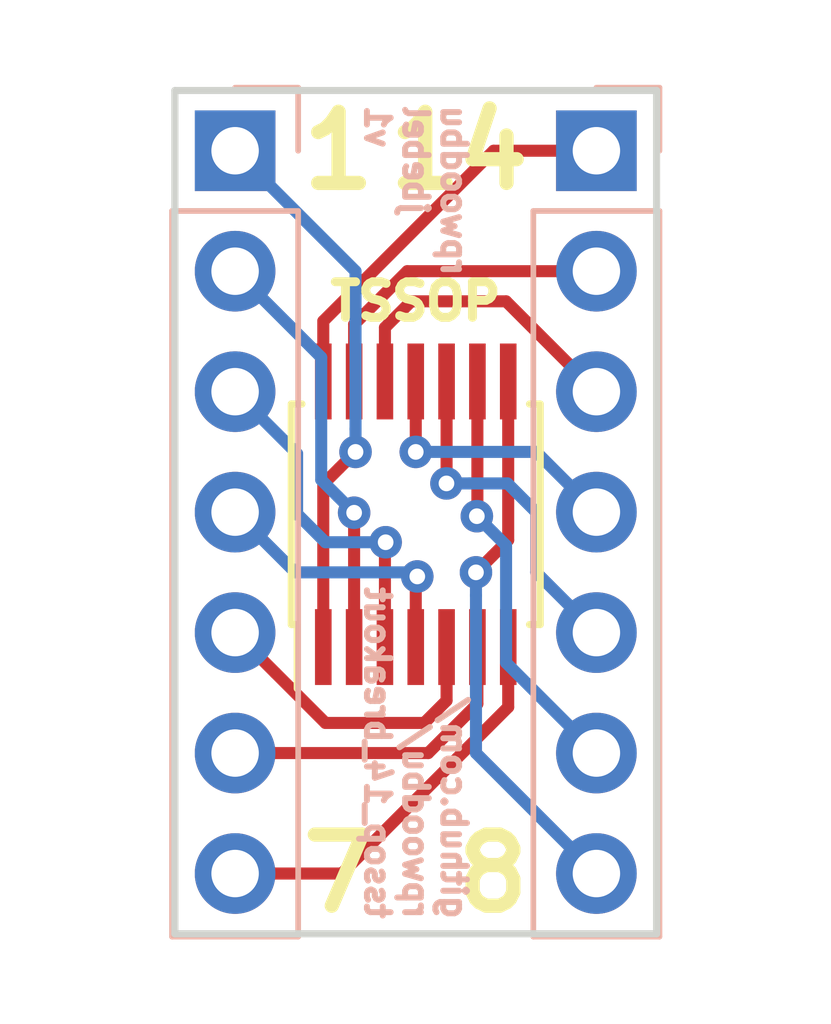
<source format=kicad_pcb>
(kicad_pcb (version 4) (host pcbnew 4.0.6-e0-6349~53~ubuntu16.04.1)

  (general
    (links 14)
    (no_connects 0)
    (area 148.514999 100.254999 158.825001 118.185001)
    (thickness 1.6)
    (drawings 10)
    (tracks 75)
    (zones 0)
    (modules 3)
    (nets 15)
  )

  (page A4)
  (layers
    (0 F.Cu signal)
    (31 B.Cu signal)
    (32 B.Adhes user)
    (33 F.Adhes user)
    (34 B.Paste user)
    (35 F.Paste user)
    (36 B.SilkS user)
    (37 F.SilkS user)
    (38 B.Mask user)
    (39 F.Mask user)
    (40 Dwgs.User user)
    (41 Cmts.User user)
    (42 Eco1.User user)
    (43 Eco2.User user)
    (44 Edge.Cuts user)
    (45 Margin user)
    (46 B.CrtYd user)
    (47 F.CrtYd user)
    (48 B.Fab user)
    (49 F.Fab user)
  )

  (setup
    (last_trace_width 0.254)
    (trace_clearance 0.1524)
    (zone_clearance 0.508)
    (zone_45_only no)
    (trace_min 0.1524)
    (segment_width 0.2)
    (edge_width 0.15)
    (via_size 0.6858)
    (via_drill 0.3302)
    (via_min_size 0.6858)
    (via_min_drill 0.3302)
    (uvia_size 0.762)
    (uvia_drill 0.508)
    (uvias_allowed no)
    (uvia_min_size 0)
    (uvia_min_drill 0)
    (pcb_text_width 0.3)
    (pcb_text_size 1.5 1.5)
    (mod_edge_width 0.15)
    (mod_text_size 1 1)
    (mod_text_width 0.15)
    (pad_size 1.524 1.524)
    (pad_drill 0.762)
    (pad_to_mask_clearance 0.2)
    (aux_axis_origin 0 0)
    (visible_elements FFFFFF7F)
    (pcbplotparams
      (layerselection 0x00030_80000001)
      (usegerberextensions false)
      (excludeedgelayer true)
      (linewidth 0.100000)
      (plotframeref false)
      (viasonmask false)
      (mode 1)
      (useauxorigin false)
      (hpglpennumber 1)
      (hpglpenspeed 20)
      (hpglpendiameter 15)
      (hpglpenoverlay 2)
      (psnegative false)
      (psa4output false)
      (plotreference true)
      (plotvalue true)
      (plotinvisibletext false)
      (padsonsilk false)
      (subtractmaskfromsilk false)
      (outputformat 1)
      (mirror false)
      (drillshape 1)
      (scaleselection 1)
      (outputdirectory ""))
  )

  (net 0 "")
  (net 1 "Net-(J1-Pad1)")
  (net 2 "Net-(J1-Pad2)")
  (net 3 "Net-(J1-Pad3)")
  (net 4 "Net-(J1-Pad4)")
  (net 5 "Net-(J1-Pad5)")
  (net 6 "Net-(J1-Pad6)")
  (net 7 "Net-(J1-Pad7)")
  (net 8 "Net-(J2-Pad1)")
  (net 9 "Net-(J2-Pad2)")
  (net 10 "Net-(J2-Pad3)")
  (net 11 "Net-(J2-Pad4)")
  (net 12 "Net-(J2-Pad5)")
  (net 13 "Net-(J2-Pad6)")
  (net 14 "Net-(J2-Pad7)")

  (net_class Default "This is the default net class."
    (clearance 0.1524)
    (trace_width 0.254)
    (via_dia 0.6858)
    (via_drill 0.3302)
    (uvia_dia 0.762)
    (uvia_drill 0.508)
    (add_net "Net-(J1-Pad1)")
    (add_net "Net-(J1-Pad2)")
    (add_net "Net-(J1-Pad3)")
    (add_net "Net-(J1-Pad4)")
    (add_net "Net-(J1-Pad5)")
    (add_net "Net-(J1-Pad6)")
    (add_net "Net-(J1-Pad7)")
    (add_net "Net-(J2-Pad1)")
    (add_net "Net-(J2-Pad2)")
    (add_net "Net-(J2-Pad3)")
    (add_net "Net-(J2-Pad4)")
    (add_net "Net-(J2-Pad5)")
    (add_net "Net-(J2-Pad6)")
    (add_net "Net-(J2-Pad7)")
  )

  (module Pin_Headers:Pin_Header_Straight_1x07_Pitch2.54mm (layer B.Cu) (tedit 595B3313) (tstamp 595B1799)
    (at 149.86 101.6 180)
    (descr "Through hole straight pin header, 1x07, 2.54mm pitch, single row")
    (tags "Through hole pin header THT 1x07 2.54mm single row")
    (path /595B1679)
    (fp_text reference J1 (at 0 2.33 180) (layer B.SilkS) hide
      (effects (font (size 1 1) (thickness 0.15)) (justify mirror))
    )
    (fp_text value CONN_01X07 (at 0 -17.57 180) (layer B.Fab)
      (effects (font (size 1 1) (thickness 0.15)) (justify mirror))
    )
    (fp_line (start -1.27 1.27) (end -1.27 -16.51) (layer B.Fab) (width 0.1))
    (fp_line (start -1.27 -16.51) (end 1.27 -16.51) (layer B.Fab) (width 0.1))
    (fp_line (start 1.27 -16.51) (end 1.27 1.27) (layer B.Fab) (width 0.1))
    (fp_line (start 1.27 1.27) (end -1.27 1.27) (layer B.Fab) (width 0.1))
    (fp_line (start -1.33 -1.27) (end -1.33 -16.57) (layer B.SilkS) (width 0.12))
    (fp_line (start -1.33 -16.57) (end 1.33 -16.57) (layer B.SilkS) (width 0.12))
    (fp_line (start 1.33 -16.57) (end 1.33 -1.27) (layer B.SilkS) (width 0.12))
    (fp_line (start 1.33 -1.27) (end -1.33 -1.27) (layer B.SilkS) (width 0.12))
    (fp_line (start -1.33 0) (end -1.33 1.33) (layer B.SilkS) (width 0.12))
    (fp_line (start -1.33 1.33) (end 0 1.33) (layer B.SilkS) (width 0.12))
    (fp_line (start -1.8 1.8) (end -1.8 -17.05) (layer B.CrtYd) (width 0.05))
    (fp_line (start -1.8 -17.05) (end 1.8 -17.05) (layer B.CrtYd) (width 0.05))
    (fp_line (start 1.8 -17.05) (end 1.8 1.8) (layer B.CrtYd) (width 0.05))
    (fp_line (start 1.8 1.8) (end -1.8 1.8) (layer B.CrtYd) (width 0.05))
    (fp_text user %R (at 0 2.33 180) (layer B.Fab)
      (effects (font (size 1 1) (thickness 0.15)) (justify mirror))
    )
    (pad 1 thru_hole rect (at 0 0 180) (size 1.7 1.7) (drill 1) (layers *.Cu *.Mask)
      (net 1 "Net-(J1-Pad1)"))
    (pad 2 thru_hole oval (at 0 -2.54 180) (size 1.7 1.7) (drill 1) (layers *.Cu *.Mask)
      (net 2 "Net-(J1-Pad2)"))
    (pad 3 thru_hole oval (at 0 -5.08 180) (size 1.7 1.7) (drill 1) (layers *.Cu *.Mask)
      (net 3 "Net-(J1-Pad3)"))
    (pad 4 thru_hole oval (at 0 -7.62 180) (size 1.7 1.7) (drill 1) (layers *.Cu *.Mask)
      (net 4 "Net-(J1-Pad4)"))
    (pad 5 thru_hole oval (at 0 -10.16 180) (size 1.7 1.7) (drill 1) (layers *.Cu *.Mask)
      (net 5 "Net-(J1-Pad5)"))
    (pad 6 thru_hole oval (at 0 -12.7 180) (size 1.7 1.7) (drill 1) (layers *.Cu *.Mask)
      (net 6 "Net-(J1-Pad6)"))
    (pad 7 thru_hole oval (at 0 -15.24 180) (size 1.7 1.7) (drill 1) (layers *.Cu *.Mask)
      (net 7 "Net-(J1-Pad7)"))
    (model ${KISYS3DMOD}/Pin_Headers.3dshapes/Pin_Header_Straight_1x07_Pitch2.54mm.wrl
      (at (xyz 0 -0.3 0))
      (scale (xyz 1 1 1))
      (rotate (xyz 0 0 90))
    )
  )

  (module Pin_Headers:Pin_Header_Straight_1x07_Pitch2.54mm (layer B.Cu) (tedit 595B3315) (tstamp 595B17B3)
    (at 157.48 101.6 180)
    (descr "Through hole straight pin header, 1x07, 2.54mm pitch, single row")
    (tags "Through hole pin header THT 1x07 2.54mm single row")
    (path /595B1704)
    (fp_text reference J2 (at 0 2.33 180) (layer B.SilkS) hide
      (effects (font (size 1 1) (thickness 0.15)) (justify mirror))
    )
    (fp_text value CONN_01X07 (at 0 -17.57 180) (layer B.Fab)
      (effects (font (size 1 1) (thickness 0.15)) (justify mirror))
    )
    (fp_line (start -1.27 1.27) (end -1.27 -16.51) (layer B.Fab) (width 0.1))
    (fp_line (start -1.27 -16.51) (end 1.27 -16.51) (layer B.Fab) (width 0.1))
    (fp_line (start 1.27 -16.51) (end 1.27 1.27) (layer B.Fab) (width 0.1))
    (fp_line (start 1.27 1.27) (end -1.27 1.27) (layer B.Fab) (width 0.1))
    (fp_line (start -1.33 -1.27) (end -1.33 -16.57) (layer B.SilkS) (width 0.12))
    (fp_line (start -1.33 -16.57) (end 1.33 -16.57) (layer B.SilkS) (width 0.12))
    (fp_line (start 1.33 -16.57) (end 1.33 -1.27) (layer B.SilkS) (width 0.12))
    (fp_line (start 1.33 -1.27) (end -1.33 -1.27) (layer B.SilkS) (width 0.12))
    (fp_line (start -1.33 0) (end -1.33 1.33) (layer B.SilkS) (width 0.12))
    (fp_line (start -1.33 1.33) (end 0 1.33) (layer B.SilkS) (width 0.12))
    (fp_line (start -1.8 1.8) (end -1.8 -17.05) (layer B.CrtYd) (width 0.05))
    (fp_line (start -1.8 -17.05) (end 1.8 -17.05) (layer B.CrtYd) (width 0.05))
    (fp_line (start 1.8 -17.05) (end 1.8 1.8) (layer B.CrtYd) (width 0.05))
    (fp_line (start 1.8 1.8) (end -1.8 1.8) (layer B.CrtYd) (width 0.05))
    (fp_text user %R (at 0 2.33 180) (layer B.Fab)
      (effects (font (size 1 1) (thickness 0.15)) (justify mirror))
    )
    (pad 1 thru_hole rect (at 0 0 180) (size 1.7 1.7) (drill 1) (layers *.Cu *.Mask)
      (net 8 "Net-(J2-Pad1)"))
    (pad 2 thru_hole oval (at 0 -2.54 180) (size 1.7 1.7) (drill 1) (layers *.Cu *.Mask)
      (net 9 "Net-(J2-Pad2)"))
    (pad 3 thru_hole oval (at 0 -5.08 180) (size 1.7 1.7) (drill 1) (layers *.Cu *.Mask)
      (net 10 "Net-(J2-Pad3)"))
    (pad 4 thru_hole oval (at 0 -7.62 180) (size 1.7 1.7) (drill 1) (layers *.Cu *.Mask)
      (net 11 "Net-(J2-Pad4)"))
    (pad 5 thru_hole oval (at 0 -10.16 180) (size 1.7 1.7) (drill 1) (layers *.Cu *.Mask)
      (net 12 "Net-(J2-Pad5)"))
    (pad 6 thru_hole oval (at 0 -12.7 180) (size 1.7 1.7) (drill 1) (layers *.Cu *.Mask)
      (net 13 "Net-(J2-Pad6)"))
    (pad 7 thru_hole oval (at 0 -15.24 180) (size 1.7 1.7) (drill 1) (layers *.Cu *.Mask)
      (net 14 "Net-(J2-Pad7)"))
    (model ${KISYS3DMOD}/Pin_Headers.3dshapes/Pin_Header_Straight_1x07_Pitch2.54mm.wrl
      (at (xyz 0 -0.3 0))
      (scale (xyz 1 1 1))
      (rotate (xyz 0 0 90))
    )
  )

  (module TSSOP:TSSOP-14_4.4x5mm_Pitch0.65mm (layer F.Cu) (tedit 595C342E) (tstamp 595C3408)
    (at 153.67 109.265 90)
    (descr "14-Lead Plastic Thin Shrink Small Outline (ST)-4.4 mm Body [TSSOP]")
    (tags "SSOP 0.65")
    (path /595B161F)
    (attr smd)
    (fp_text reference U1 (at 0 -3.55 90) (layer F.SilkS) hide
      (effects (font (size 1 1) (thickness 0.15)))
    )
    (fp_text value TSSOP (at 4.49 0 180) (layer F.SilkS)
      (effects (font (size 0.75 0.75) (thickness 0.1875)))
    )
    (fp_line (start -1.2 -2.5) (end 2.2 -2.5) (layer F.Fab) (width 0.15))
    (fp_line (start 2.2 -2.5) (end 2.2 2.5) (layer F.Fab) (width 0.15))
    (fp_line (start 2.2 2.5) (end -2.2 2.5) (layer F.Fab) (width 0.15))
    (fp_line (start -2.2 2.5) (end -2.2 -1.5) (layer F.Fab) (width 0.15))
    (fp_line (start -2.2 -1.5) (end -1.2 -2.5) (layer F.Fab) (width 0.15))
    (fp_line (start -3.95 -2.8) (end -3.95 2.8) (layer F.CrtYd) (width 0.05))
    (fp_line (start 3.95 -2.8) (end 3.95 2.8) (layer F.CrtYd) (width 0.05))
    (fp_line (start -3.95 -2.8) (end 3.95 -2.8) (layer F.CrtYd) (width 0.05))
    (fp_line (start -3.95 2.8) (end 3.95 2.8) (layer F.CrtYd) (width 0.05))
    (fp_line (start -2.325 -2.625) (end -2.325 -2.5) (layer F.SilkS) (width 0.15))
    (fp_line (start 2.325 -2.625) (end 2.325 -2.4) (layer F.SilkS) (width 0.15))
    (fp_line (start 2.325 2.625) (end 2.325 2.4) (layer F.SilkS) (width 0.15))
    (fp_line (start -2.325 2.625) (end -2.325 2.4) (layer F.SilkS) (width 0.15))
    (fp_line (start -2.325 -2.625) (end 2.325 -2.625) (layer F.SilkS) (width 0.15))
    (fp_line (start -2.325 2.625) (end 2.325 2.625) (layer F.SilkS) (width 0.15))
    (fp_line (start -2.325 -2.5) (end -3.675 -2.5) (layer F.SilkS) (width 0.15))
    (fp_text user %R (at 0 0 90) (layer F.Fab)
      (effects (font (size 0.8 0.8) (thickness 0.15)))
    )
    (pad 1 smd rect (at -2.8 -1.95 90) (size 1.6 0.35) (layers F.Cu F.Paste F.Mask)
      (net 1 "Net-(J1-Pad1)"))
    (pad 2 smd rect (at -2.8 -1.3 90) (size 1.6 0.35) (layers F.Cu F.Paste F.Mask)
      (net 2 "Net-(J1-Pad2)"))
    (pad 3 smd rect (at -2.8 -0.65 90) (size 1.6 0.35) (layers F.Cu F.Paste F.Mask)
      (net 3 "Net-(J1-Pad3)"))
    (pad 4 smd rect (at -2.8 0 90) (size 1.6 0.35) (layers F.Cu F.Paste F.Mask)
      (net 4 "Net-(J1-Pad4)"))
    (pad 5 smd rect (at -2.8 0.65 90) (size 1.6 0.35) (layers F.Cu F.Paste F.Mask)
      (net 5 "Net-(J1-Pad5)"))
    (pad 6 smd rect (at -2.8 1.3 90) (size 1.6 0.35) (layers F.Cu F.Paste F.Mask)
      (net 6 "Net-(J1-Pad6)"))
    (pad 7 smd rect (at -2.8 1.95 90) (size 1.6 0.35) (layers F.Cu F.Paste F.Mask)
      (net 7 "Net-(J1-Pad7)"))
    (pad 8 smd rect (at 2.8 1.95 90) (size 1.6 0.35) (layers F.Cu F.Paste F.Mask)
      (net 14 "Net-(J2-Pad7)"))
    (pad 9 smd rect (at 2.8 1.3 90) (size 1.6 0.35) (layers F.Cu F.Paste F.Mask)
      (net 13 "Net-(J2-Pad6)"))
    (pad 10 smd rect (at 2.8 0.65 90) (size 1.6 0.35) (layers F.Cu F.Paste F.Mask)
      (net 12 "Net-(J2-Pad5)"))
    (pad 11 smd rect (at 2.8 0 90) (size 1.6 0.35) (layers F.Cu F.Paste F.Mask)
      (net 11 "Net-(J2-Pad4)"))
    (pad 12 smd rect (at 2.8 -0.65 90) (size 1.6 0.35) (layers F.Cu F.Paste F.Mask)
      (net 10 "Net-(J2-Pad3)"))
    (pad 13 smd rect (at 2.8 -1.3 90) (size 1.6 0.35) (layers F.Cu F.Paste F.Mask)
      (net 9 "Net-(J2-Pad2)"))
    (pad 14 smd rect (at 2.8 -1.95 90) (size 1.6 0.35) (layers F.Cu F.Paste F.Mask)
      (net 8 "Net-(J2-Pad1)"))
    (model ${KISYS3DMOD}/Housings_SSOP.3dshapes/TSSOP-14_4.4x5mm_Pitch0.65mm.wrl
      (at (xyz 0 0 0))
      (scale (xyz 1 1 1))
      (rotate (xyz 0 0 0))
    )
  )

  (gr_text "github.com/\nrpwoodbu/\ntssop_14_breakout" (at 153.67 117.856 270) (layer B.SilkS)
    (effects (font (size 0.5 0.5) (thickness 0.125)) (justify left mirror))
  )
  (gr_text 8 (at 156.21 116.84) (layer F.SilkS)
    (effects (font (size 1.5 1.5) (thickness 0.3)) (justify right))
  )
  (gr_text 7 (at 151.13 116.84) (layer F.SilkS)
    (effects (font (size 1.5 1.5) (thickness 0.3)) (justify left))
  )
  (gr_text 14 (at 156.21 101.6) (layer F.SilkS)
    (effects (font (size 1.5 1.5) (thickness 0.3)) (justify right))
  )
  (gr_text 1 (at 151.13 101.6) (layer F.SilkS)
    (effects (font (size 1.5 1.5) (thickness 0.3)) (justify left))
  )
  (gr_text "rpwoodbu\njbebel\nv1" (at 153.67 100.584 270) (layer B.SilkS)
    (effects (font (size 0.5 0.5) (thickness 0.125)) (justify right mirror))
  )
  (gr_line (start 148.59 118.11) (end 148.59 100.33) (layer Edge.Cuts) (width 0.15))
  (gr_line (start 158.75 118.11) (end 148.59 118.11) (layer Edge.Cuts) (width 0.15))
  (gr_line (start 158.75 100.33) (end 158.75 118.11) (layer Edge.Cuts) (width 0.15))
  (gr_line (start 148.59 100.33) (end 158.75 100.33) (layer Edge.Cuts) (width 0.15))

  (segment (start 149.86 101.6) (end 152.4 104.14) (width 0.254) (layer B.Cu) (net 1))
  (segment (start 152.4 104.14) (end 152.4 107.465067) (width 0.254) (layer B.Cu) (net 1))
  (segment (start 152.4 107.465067) (end 152.4 107.95) (width 0.254) (layer B.Cu) (net 1))
  (segment (start 151.72 112.215) (end 151.72 108.63) (width 0.254) (layer F.Cu) (net 1))
  (segment (start 151.72 108.63) (end 152.057101 108.292899) (width 0.254) (layer F.Cu) (net 1))
  (segment (start 152.057101 108.292899) (end 152.4 107.95) (width 0.254) (layer F.Cu) (net 1))
  (via (at 152.4 107.95) (size 0.6858) (drill 0.3302) (layers F.Cu B.Cu) (net 1))
  (segment (start 152.027551 108.889791) (end 152.37045 109.23269) (width 0.254) (layer B.Cu) (net 2))
  (segment (start 151.676098 108.538338) (end 152.027551 108.889791) (width 0.254) (layer B.Cu) (net 2))
  (segment (start 149.86 104.14) (end 151.676098 105.956098) (width 0.254) (layer B.Cu) (net 2))
  (segment (start 152.37 112.215) (end 152.37 109.23314) (width 0.254) (layer F.Cu) (net 2))
  (segment (start 151.676098 105.956098) (end 151.676098 108.538338) (width 0.254) (layer B.Cu) (net 2))
  (via (at 152.37045 109.23269) (size 0.6858) (drill 0.3302) (layers F.Cu B.Cu) (net 2))
  (segment (start 152.37 109.23314) (end 152.37045 109.23269) (width 0.254) (layer F.Cu) (net 2))
  (segment (start 151.168087 107.988087) (end 151.168087 109.258087) (width 0.254) (layer B.Cu) (net 3))
  (segment (start 149.86 106.68) (end 151.168087 107.988087) (width 0.254) (layer B.Cu) (net 3))
  (segment (start 151.168087 109.258087) (end 151.765 109.855) (width 0.254) (layer B.Cu) (net 3))
  (segment (start 151.765 109.855) (end 153.035 109.855) (width 0.254) (layer B.Cu) (net 3))
  (segment (start 153.02 109.87) (end 153.035 109.855) (width 0.254) (layer F.Cu) (net 3))
  (segment (start 153.02 112.215) (end 153.02 109.87) (width 0.254) (layer F.Cu) (net 3))
  (via (at 153.035 109.855) (size 0.6858) (drill 0.3302) (layers F.Cu B.Cu) (net 3))
  (segment (start 149.86 106.68) (end 149.86 107.315) (width 0.254) (layer B.Cu) (net 3) (status 30))
  (segment (start 153.616197 110.49) (end 153.702337 110.57614) (width 0.254) (layer B.Cu) (net 4))
  (segment (start 149.86 109.22) (end 151.13 110.49) (width 0.254) (layer B.Cu) (net 4))
  (segment (start 151.13 110.49) (end 153.616197 110.49) (width 0.254) (layer B.Cu) (net 4))
  (segment (start 153.67 112.215) (end 153.67 110.608477) (width 0.254) (layer F.Cu) (net 4))
  (segment (start 153.67 110.608477) (end 153.702337 110.57614) (width 0.254) (layer F.Cu) (net 4))
  (via (at 153.702337 110.57614) (size 0.6858) (drill 0.3302) (layers F.Cu B.Cu) (net 4))
  (segment (start 154.32 112.215) (end 154.32 113.194) (width 0.254) (layer F.Cu) (net 5))
  (segment (start 154.32 113.194) (end 153.849 113.665) (width 0.254) (layer F.Cu) (net 5))
  (segment (start 153.849 113.665) (end 151.765 113.665) (width 0.254) (layer F.Cu) (net 5))
  (segment (start 151.765 113.665) (end 150.709999 112.609999) (width 0.254) (layer F.Cu) (net 5))
  (segment (start 150.709999 112.609999) (end 149.86 111.76) (width 0.254) (layer F.Cu) (net 5))
  (segment (start 154.97 112.215) (end 154.97 113.262434) (width 0.254) (layer F.Cu) (net 6) (status 10))
  (segment (start 153.932434 114.3) (end 149.86 114.3) (width 0.254) (layer F.Cu) (net 6) (status 20))
  (segment (start 154.97 113.262434) (end 153.932434 114.3) (width 0.254) (layer F.Cu) (net 6))
  (segment (start 152.11087 116.84) (end 149.86 116.84) (width 0.254) (layer F.Cu) (net 7) (status 20))
  (segment (start 155.62 113.33087) (end 152.11087 116.84) (width 0.254) (layer F.Cu) (net 7))
  (segment (start 155.62 112.215) (end 155.62 113.33087) (width 0.254) (layer F.Cu) (net 7) (status 10))
  (segment (start 155.312326 101.6) (end 157.48 101.6) (width 0.254) (layer F.Cu) (net 8) (status 20))
  (segment (start 151.72 105.192326) (end 155.312326 101.6) (width 0.254) (layer F.Cu) (net 8))
  (segment (start 151.72 106.315) (end 151.72 105.192326) (width 0.254) (layer F.Cu) (net 8) (status 10))
  (segment (start 153.490762 104.14) (end 157.48 104.14) (width 0.254) (layer F.Cu) (net 9) (status 20))
  (segment (start 152.37 105.260762) (end 153.490762 104.14) (width 0.254) (layer F.Cu) (net 9))
  (segment (start 152.37 106.315) (end 152.37 105.260762) (width 0.254) (layer F.Cu) (net 9) (status 10))
  (segment (start 153.02 106.315) (end 153.02 105.329198) (width 0.254) (layer F.Cu) (net 10))
  (segment (start 153.574198 104.775) (end 155.575 104.775) (width 0.254) (layer F.Cu) (net 10))
  (segment (start 153.02 105.329198) (end 153.574198 104.775) (width 0.254) (layer F.Cu) (net 10))
  (segment (start 155.575 104.775) (end 157.48 106.68) (width 0.254) (layer F.Cu) (net 10))
  (segment (start 153.67 107.95) (end 156.21 107.95) (width 0.254) (layer B.Cu) (net 11))
  (segment (start 156.21 107.95) (end 157.48 109.22) (width 0.254) (layer B.Cu) (net 11))
  (segment (start 153.67 106.315) (end 153.67 107.95) (width 0.254) (layer F.Cu) (net 11))
  (via (at 153.67 107.95) (size 0.6858) (drill 0.3302) (layers F.Cu B.Cu) (net 11))
  (segment (start 157.48 111.76) (end 156.21 110.49) (width 0.254) (layer B.Cu) (net 12))
  (segment (start 156.21 110.49) (end 156.21 109.22) (width 0.254) (layer B.Cu) (net 12))
  (segment (start 156.21 109.22) (end 155.604543 108.614543) (width 0.254) (layer B.Cu) (net 12))
  (segment (start 155.604543 108.614543) (end 154.802623 108.614543) (width 0.254) (layer B.Cu) (net 12))
  (segment (start 154.802623 108.614543) (end 154.31769 108.614543) (width 0.254) (layer B.Cu) (net 12))
  (segment (start 154.32 108.612233) (end 154.31769 108.614543) (width 0.254) (layer F.Cu) (net 12))
  (segment (start 154.32 106.315) (end 154.32 108.612233) (width 0.254) (layer F.Cu) (net 12))
  (via (at 154.31769 108.614543) (size 0.6858) (drill 0.3302) (layers F.Cu B.Cu) (net 12))
  (segment (start 157.48 114.3) (end 155.575 112.395) (width 0.254) (layer B.Cu) (net 13))
  (segment (start 155.575 112.395) (end 155.575 109.922051) (width 0.254) (layer B.Cu) (net 13))
  (segment (start 155.575 109.922051) (end 155.301513 109.648564) (width 0.254) (layer B.Cu) (net 13))
  (segment (start 155.301513 109.648564) (end 154.958614 109.305665) (width 0.254) (layer B.Cu) (net 13))
  (segment (start 154.97 106.315) (end 154.97 109.294279) (width 0.254) (layer F.Cu) (net 13))
  (via (at 154.958614 109.305665) (size 0.6858) (drill 0.3302) (layers F.Cu B.Cu) (net 13))
  (segment (start 154.97 109.294279) (end 154.958614 109.305665) (width 0.254) (layer F.Cu) (net 13))
  (segment (start 155.62 106.315) (end 155.62 109.809992) (width 0.254) (layer F.Cu) (net 14))
  (segment (start 155.62 109.809992) (end 155.282899 110.147093) (width 0.254) (layer F.Cu) (net 14))
  (segment (start 155.282899 110.147093) (end 154.94 110.489992) (width 0.254) (layer F.Cu) (net 14))
  (segment (start 154.94 110.974925) (end 154.94 110.489992) (width 0.254) (layer B.Cu) (net 14))
  (segment (start 157.48 116.84) (end 154.94 114.3) (width 0.254) (layer B.Cu) (net 14))
  (segment (start 154.94 114.3) (end 154.94 110.974925) (width 0.254) (layer B.Cu) (net 14))
  (via (at 154.94 110.489992) (size 0.6858) (drill 0.3302) (layers F.Cu B.Cu) (net 14))

)

</source>
